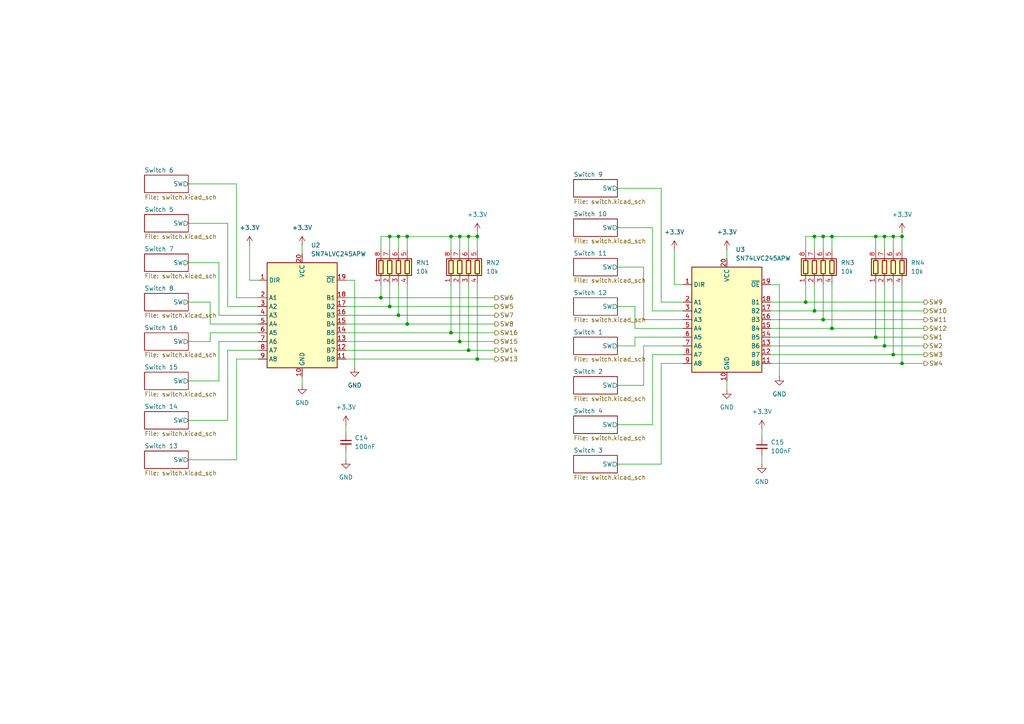
<source format=kicad_sch>
(kicad_sch (version 20250114) (generator "eeschema") (generator_version "9.0")
  (paper "A4")
  (lib_symbols
    (symbol "Device:C_Small" (pin_numbers (hide yes)) (pin_names (offset 0.254) (hide yes))
      (property "Reference" "C" (at 0.254 1.778 0))
      (property "Value" "C_Small" (at 0.254 -2.032 0))
      (symbol "C_Small_0_1"
        (polyline (pts (xy -1.524 0.508) (xy 1.524 0.508)) (stroke (width 0.3048)))
        (polyline (pts (xy -1.524 -0.508) (xy 1.524 -0.508)) (stroke (width 0.3302)))
      )
      (symbol "C_Small_1_1"
        (pin passive line (at 0 2.54 270) (length 2.032) (name "~") (number "1"))
        (pin passive line (at 0 -2.54 90) (length 2.032) (name "~") (number "2"))
      )
    )
    (symbol "Device:R_Pack04" (pin_names (offset 0) (hide yes))
      (property "Reference" "RN" (at -7.62 0 90))
      (property "Value" "R_Pack04" (at 5.08 0 90))
      (symbol "R_Pack04_0_1"
        (rectangle (start -6.35 -2.413) (end 3.81 2.413) (stroke (width 0.254)) (fill (type background)))
        (rectangle (start -5.715 1.905) (end -4.445 -1.905) (stroke (width 0.254)))
        (polyline (pts (xy -5.08 1.905) (xy -5.08 2.54)))
        (polyline (pts (xy -5.08 -2.54) (xy -5.08 -1.905)))
        (rectangle (start -3.175 1.905) (end -1.905 -1.905) (stroke (width 0.254)))
        (polyline (pts (xy -2.54 1.905) (xy -2.54 2.54)))
        (polyline (pts (xy -2.54 -2.54) (xy -2.54 -1.905)))
        (rectangle (start -0.635 1.905) (end 0.635 -1.905) (stroke (width 0.254)))
        (polyline (pts (xy 0 1.905) (xy 0 2.54)))
        (polyline (pts (xy 0 -2.54) (xy 0 -1.905)))
        (rectangle (start 1.905 1.905) (end 3.175 -1.905) (stroke (width 0.254)))
        (polyline (pts (xy 2.54 1.905) (xy 2.54 2.54)))
        (polyline (pts (xy 2.54 -2.54) (xy 2.54 -1.905)))
      )
      (symbol "R_Pack04_1_1"
        (pin passive line (at -5.08 5.08 270) (length 2.54) (name "R1.2") (number "8"))
        (pin passive line (at -5.08 -5.08 90) (length 2.54) (name "R1.1") (number "1"))
        (pin passive line (at -2.54 5.08 270) (length 2.54) (name "R2.2") (number "7"))
        (pin passive line (at -2.54 -5.08 90) (length 2.54) (name "R2.1") (number "2"))
        (pin passive line (at 0 5.08 270) (length 2.54) (name "R3.2") (number "6"))
        (pin passive line (at 0 -5.08 90) (length 2.54) (name "R3.1") (number "3"))
        (pin passive line (at 2.54 5.08 270) (length 2.54) (name "R4.2") (number "5"))
        (pin passive line (at 2.54 -5.08 90) (length 2.54) (name "R4.1") (number "4"))
      )
    )
    (symbol "Logic_LevelTranslator:SN74LVC245APW"
      (property "Reference" "U" (at -10.16 17.78 0))
      (property "Value" "SN74LVC245APW" (at 10.16 17.78 0))
      (symbol "SN74LVC245APW_0_1"
        (rectangle (start -10.16 15.24) (end 10.16 -15.24) (stroke (width 0.254)) (fill (type background)))
      )
      (symbol "SN74LVC245APW_1_1"
        (pin input line (at -12.7 10.16 0) (length 2.54) (name "DIR") (number "1"))
        (pin bidirectional line (at -12.7 5.08 0) (length 2.54) (name "A1") (number "2"))
        (pin bidirectional line (at -12.7 2.54 0) (length 2.54) (name "A2") (number "3"))
        (pin bidirectional line (at -12.7 0 0) (length 2.54) (name "A3") (number "4"))
        (pin bidirectional line (at -12.7 -2.54 0) (length 2.54) (name "A4") (number "5"))
        (pin bidirectional line (at -12.7 -5.08 0) (length 2.54) (name "A5") (number "6"))
        (pin bidirectional line (at -12.7 -7.62 0) (length 2.54) (name "A6") (number "7"))
        (pin bidirectional line (at -12.7 -10.16 0) (length 2.54) (name "A7") (number "8"))
        (pin bidirectional line (at -12.7 -12.7 0) (length 2.54) (name "A8") (number "9"))
        (pin power_in line (at 0 17.78 270) (length 2.54) (name "VCC") (number "20"))
        (pin power_in line (at 0 -17.78 90) (length 2.54) (name "GND") (number "10"))
        (pin input line (at 12.7 10.16 180) (length 2.54) (name "~{OE}") (number "19"))
        (pin bidirectional line (at 12.7 5.08 180) (length 2.54) (name "B1") (number "18"))
        (pin bidirectional line (at 12.7 2.54 180) (length 2.54) (name "B2") (number "17"))
        (pin bidirectional line (at 12.7 0 180) (length 2.54) (name "B3") (number "16"))
        (pin bidirectional line (at 12.7 -2.54 180) (length 2.54) (name "B4") (number "15"))
        (pin bidirectional line (at 12.7 -5.08 180) (length 2.54) (name "B5") (number "14"))
        (pin bidirectional line (at 12.7 -7.62 180) (length 2.54) (name "B6") (number "13"))
        (pin bidirectional line (at 12.7 -10.16 180) (length 2.54) (name "B7") (number "12"))
        (pin bidirectional line (at 12.7 -12.7 180) (length 2.54) (name "B8") (number "11"))
      )
    )
    (symbol "power:+3.3V" (power) (pin_numbers (hide yes)) (pin_names (offset 0) (hide yes))
      (property "Value" "+3.3V" (at 0 3.556 0))
      (symbol "+3.3V_0_1"
        (polyline (pts (xy -0.762 1.27) (xy 0 2.54)))
        (polyline (pts (xy 0 2.54) (xy 0.762 1.27)))
        (polyline (pts (xy 0 0) (xy 0 2.54)))
      )
      (symbol "+3.3V_1_1"
        (pin power_in line (at 0 0 90) (length 0) (name "~") (number "1"))
      )
    )
    (symbol "power:GND" (power) (pin_numbers (hide yes)) (pin_names (offset 0) (hide yes))
      (property "Value" "GND" (at 0 -3.81 0))
      (symbol "GND_0_1"
        (polyline (pts (xy 0 0) (xy 0 -1.27) (xy 1.27 -1.27) (xy 0 -2.54) (xy -1.27 -1.27) (xy 0 -1.27)))
      )
      (symbol "GND_1_1"
        (pin power_in line (at 0 0 270) (length 0) (name "~") (number "1"))
      )
    )
  )
  (junction (at 236.22 90.17))
  (junction (at 261.62 105.41))
  (junction (at 256.54 100.33))
  (junction (at 115.57 91.44))
  (junction (at 241.3 95.25))
  (junction (at 130.81 96.52))
  (junction (at 110.49 86.36))
  (junction (at 254 68.58))
  (junction (at 115.57 68.58))
  (junction (at 238.76 92.71))
  (junction (at 241.3 68.58))
  (junction (at 254 97.79))
  (junction (at 259.08 68.58))
  (junction (at 118.11 93.98))
  (junction (at 135.89 68.58))
  (junction (at 233.68 87.63))
  (junction (at 113.03 68.58))
  (junction (at 133.35 68.58))
  (junction (at 256.54 68.58))
  (junction (at 113.03 88.9))
  (junction (at 261.62 68.58))
  (junction (at 138.43 104.14))
  (junction (at 130.81 68.58))
  (junction (at 133.35 99.06))
  (junction (at 138.43 68.58))
  (junction (at 135.89 101.6))
  (junction (at 259.08 102.87))
  (junction (at 236.22 68.58))
  (junction (at 118.11 68.58))
  (junction (at 238.76 68.58))
  (wire (pts (xy 63.5 99.06) (xy 74.93 99.06)))
  (wire (pts (xy 130.81 68.58) (xy 133.35 68.58)))
  (wire (pts (xy 238.76 68.58) (xy 238.76 72.39)))
  (wire (pts (xy 179.07 88.9) (xy 184.15 88.9)))
  (wire (pts (xy 100.33 86.36) (xy 110.49 86.36)))
  (wire (pts (xy 113.03 88.9) (xy 143.51 88.9)))
  (wire (pts (xy 135.89 82.55) (xy 135.89 101.6)))
  (wire (pts (xy 110.49 82.55) (xy 110.49 86.36)))
  (wire (pts (xy 261.62 82.55) (xy 261.62 105.41)))
  (wire (pts (xy 256.54 100.33) (xy 267.97 100.33)))
  (wire (pts (xy 66.04 121.92) (xy 66.04 101.6)))
  (wire (pts (xy 133.35 99.06) (xy 143.51 99.06)))
  (wire (pts (xy 87.63 71.12) (xy 87.63 73.66)))
  (wire (pts (xy 68.58 133.35) (xy 68.58 104.14)))
  (wire (pts (xy 100.33 88.9) (xy 113.03 88.9)))
  (wire (pts (xy 261.62 105.41) (xy 267.97 105.41)))
  (wire (pts (xy 100.33 96.52) (xy 130.81 96.52)))
  (wire (pts (xy 236.22 68.58) (xy 233.68 68.58)))
  (wire (pts (xy 135.89 68.58) (xy 138.43 68.58)))
  (wire (pts (xy 100.33 99.06) (xy 133.35 99.06)))
  (wire (pts (xy 261.62 68.58) (xy 261.62 72.39)))
  (wire (pts (xy 54.61 87.63) (xy 60.96 87.63)))
  (wire (pts (xy 115.57 82.55) (xy 115.57 91.44)))
  (wire (pts (xy 241.3 95.25) (xy 267.97 95.25)))
  (wire (pts (xy 54.61 76.2) (xy 63.5 76.2)))
  (wire (pts (xy 256.54 68.58) (xy 254 68.58)))
  (wire (pts (xy 223.52 102.87) (xy 259.08 102.87)))
  (wire (pts (xy 100.33 81.28) (xy 102.87 81.28)))
  (wire (pts (xy 115.57 68.58) (xy 118.11 68.58)))
  (wire (pts (xy 100.33 123.19) (xy 100.33 125.73)))
  (wire (pts (xy 68.58 53.34) (xy 68.58 86.36)))
  (wire (pts (xy 179.07 77.47) (xy 186.69 77.47)))
  (wire (pts (xy 138.43 68.58) (xy 138.43 72.39)))
  (wire (pts (xy 68.58 86.36) (xy 74.93 86.36)))
  (wire (pts (xy 186.69 111.76) (xy 186.69 100.33)))
  (wire (pts (xy 100.33 101.6) (xy 135.89 101.6)))
  (wire (pts (xy 110.49 68.58) (xy 113.03 68.58)))
  (wire (pts (xy 189.23 123.19) (xy 189.23 102.87)))
  (wire (pts (xy 241.3 68.58) (xy 241.3 72.39)))
  (wire (pts (xy 54.61 99.06) (xy 60.96 99.06)))
  (wire (pts (xy 100.33 93.98) (xy 118.11 93.98)))
  (wire (pts (xy 223.52 82.55) (xy 226.06 82.55)))
  (wire (pts (xy 138.43 82.55) (xy 138.43 104.14)))
  (wire (pts (xy 210.82 110.49) (xy 210.82 113.03)))
  (wire (pts (xy 220.98 132.08) (xy 220.98 134.62)))
  (wire (pts (xy 60.96 93.98) (xy 74.93 93.98)))
  (wire (pts (xy 60.96 99.06) (xy 60.96 96.52)))
  (wire (pts (xy 261.62 68.58) (xy 259.08 68.58)))
  (wire (pts (xy 259.08 82.55) (xy 259.08 102.87)))
  (wire (pts (xy 66.04 101.6) (xy 74.93 101.6)))
  (wire (pts (xy 100.33 130.81) (xy 100.33 133.35)))
  (wire (pts (xy 130.81 96.52) (xy 143.51 96.52)))
  (wire (pts (xy 87.63 109.22) (xy 87.63 111.76)))
  (wire (pts (xy 179.07 123.19) (xy 189.23 123.19)))
  (wire (pts (xy 110.49 86.36) (xy 143.51 86.36)))
  (wire (pts (xy 63.5 91.44) (xy 74.93 91.44)))
  (wire (pts (xy 191.77 87.63) (xy 198.12 87.63)))
  (wire (pts (xy 254 97.79) (xy 267.97 97.79)))
  (wire (pts (xy 113.03 68.58) (xy 113.03 72.39)))
  (wire (pts (xy 118.11 82.55) (xy 118.11 93.98)))
  (wire (pts (xy 72.39 81.28) (xy 74.93 81.28)))
  (wire (pts (xy 241.3 68.58) (xy 238.76 68.58)))
  (wire (pts (xy 184.15 95.25) (xy 198.12 95.25)))
  (wire (pts (xy 233.68 82.55) (xy 233.68 87.63)))
  (wire (pts (xy 223.52 92.71) (xy 238.76 92.71)))
  (wire (pts (xy 135.89 101.6) (xy 143.51 101.6)))
  (wire (pts (xy 238.76 92.71) (xy 267.97 92.71)))
  (wire (pts (xy 238.76 82.55) (xy 238.76 92.71)))
  (wire (pts (xy 113.03 68.58) (xy 115.57 68.58)))
  (wire (pts (xy 100.33 104.14) (xy 138.43 104.14)))
  (wire (pts (xy 186.69 92.71) (xy 198.12 92.71)))
  (wire (pts (xy 54.61 53.34) (xy 68.58 53.34)))
  (wire (pts (xy 115.57 91.44) (xy 143.51 91.44)))
  (wire (pts (xy 138.43 67.31) (xy 138.43 68.58)))
  (wire (pts (xy 256.54 82.55) (xy 256.54 100.33)))
  (wire (pts (xy 191.77 105.41) (xy 198.12 105.41)))
  (wire (pts (xy 130.81 68.58) (xy 130.81 72.39)))
  (wire (pts (xy 72.39 71.12) (xy 72.39 81.28)))
  (wire (pts (xy 113.03 82.55) (xy 113.03 88.9)))
  (wire (pts (xy 133.35 82.55) (xy 133.35 99.06)))
  (wire (pts (xy 236.22 90.17) (xy 267.97 90.17)))
  (wire (pts (xy 233.68 68.58) (xy 233.68 72.39)))
  (wire (pts (xy 179.07 66.04) (xy 189.23 66.04)))
  (wire (pts (xy 66.04 88.9) (xy 74.93 88.9)))
  (wire (pts (xy 179.07 111.76) (xy 186.69 111.76)))
  (wire (pts (xy 256.54 68.58) (xy 256.54 72.39)))
  (wire (pts (xy 138.43 104.14) (xy 143.51 104.14)))
  (wire (pts (xy 135.89 68.58) (xy 135.89 72.39)))
  (wire (pts (xy 186.69 100.33) (xy 198.12 100.33)))
  (wire (pts (xy 223.52 105.41) (xy 261.62 105.41)))
  (wire (pts (xy 184.15 100.33) (xy 184.15 97.79)))
  (wire (pts (xy 223.52 90.17) (xy 236.22 90.17)))
  (wire (pts (xy 54.61 133.35) (xy 68.58 133.35)))
  (wire (pts (xy 210.82 72.39) (xy 210.82 74.93)))
  (wire (pts (xy 179.07 100.33) (xy 184.15 100.33)))
  (wire (pts (xy 110.49 72.39) (xy 110.49 68.58)))
  (wire (pts (xy 68.58 104.14) (xy 74.93 104.14)))
  (wire (pts (xy 184.15 97.79) (xy 198.12 97.79)))
  (wire (pts (xy 184.15 88.9) (xy 184.15 95.25)))
  (wire (pts (xy 191.77 134.62) (xy 191.77 105.41)))
  (wire (pts (xy 133.35 68.58) (xy 135.89 68.58)))
  (wire (pts (xy 254 82.55) (xy 254 97.79)))
  (wire (pts (xy 261.62 67.31) (xy 261.62 68.58)))
  (wire (pts (xy 191.77 54.61) (xy 191.77 87.63)))
  (wire (pts (xy 179.07 54.61) (xy 191.77 54.61)))
  (wire (pts (xy 60.96 87.63) (xy 60.96 93.98)))
  (wire (pts (xy 118.11 68.58) (xy 118.11 72.39)))
  (wire (pts (xy 115.57 68.58) (xy 115.57 72.39)))
  (wire (pts (xy 259.08 68.58) (xy 259.08 72.39)))
  (wire (pts (xy 133.35 68.58) (xy 133.35 72.39)))
  (wire (pts (xy 220.98 124.46) (xy 220.98 127)))
  (wire (pts (xy 60.96 96.52) (xy 74.93 96.52)))
  (wire (pts (xy 189.23 90.17) (xy 198.12 90.17)))
  (wire (pts (xy 236.22 68.58) (xy 236.22 72.39)))
  (wire (pts (xy 186.69 77.47) (xy 186.69 92.71)))
  (wire (pts (xy 54.61 110.49) (xy 63.5 110.49)))
  (wire (pts (xy 259.08 102.87) (xy 267.97 102.87)))
  (wire (pts (xy 223.52 97.79) (xy 254 97.79)))
  (wire (pts (xy 254 68.58) (xy 254 72.39)))
  (wire (pts (xy 254 68.58) (xy 241.3 68.58)))
  (wire (pts (xy 223.52 100.33) (xy 256.54 100.33)))
  (wire (pts (xy 54.61 64.77) (xy 66.04 64.77)))
  (wire (pts (xy 189.23 102.87) (xy 198.12 102.87)))
  (wire (pts (xy 118.11 93.98) (xy 143.51 93.98)))
  (wire (pts (xy 195.58 82.55) (xy 198.12 82.55)))
  (wire (pts (xy 63.5 76.2) (xy 63.5 91.44)))
  (wire (pts (xy 179.07 134.62) (xy 191.77 134.62)))
  (wire (pts (xy 195.58 72.39) (xy 195.58 82.55)))
  (wire (pts (xy 54.61 121.92) (xy 66.04 121.92)))
  (wire (pts (xy 102.87 81.28) (xy 102.87 106.68)))
  (wire (pts (xy 130.81 82.55) (xy 130.81 96.52)))
  (wire (pts (xy 236.22 82.55) (xy 236.22 90.17)))
  (wire (pts (xy 223.52 95.25) (xy 241.3 95.25)))
  (wire (pts (xy 259.08 68.58) (xy 256.54 68.58)))
  (wire (pts (xy 63.5 110.49) (xy 63.5 99.06)))
  (wire (pts (xy 226.06 82.55) (xy 226.06 109.22)))
  (wire (pts (xy 118.11 68.58) (xy 130.81 68.58)))
  (wire (pts (xy 189.23 66.04) (xy 189.23 90.17)))
  (wire (pts (xy 100.33 91.44) (xy 115.57 91.44)))
  (wire (pts (xy 223.52 87.63) (xy 233.68 87.63)))
  (wire (pts (xy 238.76 68.58) (xy 236.22 68.58)))
  (wire (pts (xy 66.04 64.77) (xy 66.04 88.9)))
  (wire (pts (xy 241.3 82.55) (xy 241.3 95.25)))
  (wire (pts (xy 233.68 87.63) (xy 267.97 87.63)))
  (hierarchical_label "SW3" (shape output) (at 267.97 102.87 0))
  (hierarchical_label "SW8" (shape output) (at 143.51 93.98 0))
  (hierarchical_label "SW5" (shape output) (at 143.51 88.9 0))
  (hierarchical_label "SW12" (shape output) (at 267.97 95.25 0))
  (hierarchical_label "SW16" (shape output) (at 143.51 96.52 0))
  (hierarchical_label "SW11" (shape output) (at 267.97 92.71 0))
  (hierarchical_label "SW2" (shape output) (at 267.97 100.33 0))
  (hierarchical_label "SW15" (shape output) (at 143.51 99.06 0))
  (hierarchical_label "SW1" (shape output) (at 267.97 97.79 0))
  (hierarchical_label "SW13" (shape output) (at 143.51 104.14 0))
  (hierarchical_label "SW4" (shape output) (at 267.97 105.41 0))
  (hierarchical_label "SW6" (shape output) (at 143.51 86.36 0))
  (hierarchical_label "SW9" (shape output) (at 267.97 87.63 0))
  (hierarchical_label "SW10" (shape output) (at 267.97 90.17 0))
  (hierarchical_label "SW7" (shape output) (at 143.51 91.44 0))
  (hierarchical_label "SW14" (shape output) (at 143.51 101.6 0))
  (symbol (lib_id "power:+3.3V") (at 72.39 71.12 0) (unit 1)
    (property "Reference" "#PWR021" (effects (hide yes)))
    (property "Value" "+3.3V" (at 72.39 66.04 0))
    (property "Description" "Power symbol creates a global label with name \"+3.3V\"" (effects (hide yes)))
  )
  (symbol (lib_id "power:+3.3V") (at 261.62 67.31 0) (unit 1)
    (property "Reference" "#PWR0220" (effects (hide yes)))
    (property "Value" "+3.3V" (at 261.62 62.23 0))
    (property "Description" "Power symbol creates a global label with name \"+3.3V\"" (effects (hide yes)))
  )
  (symbol (lib_id "power:+3.3V") (at 220.98 124.46 0) (unit 1)
    (property "Reference" "#PWR030" (effects (hide yes)))
    (property "Value" "+3.3V" (at 220.98 119.38 0))
    (property "Description" "Power symbol creates a global label with name \"+3.3V\"" (effects (hide yes)))
  )
  (symbol (lib_id "Device:C_Small") (at 100.33 128.27 0) (unit 1)
    (property "Reference" "C14" (at 102.87 127.0063 0) (effects (justify left)))
    (property "Value" "100nF" (at 102.87 129.5463 0) (effects (justify left)))
    (property "Footprint" "Capacitor_SMD:C_0603_1608Metric" (effects (hide yes)))
    (property "Description" "Unpolarized capacitor, small symbol" (effects (hide yes)))
  )
  (symbol (lib_id "power:+3.3V") (at 195.58 72.39 0) (unit 1)
    (property "Reference" "#PWR027" (effects (hide yes)))
    (property "Value" "+3.3V" (at 195.58 67.31 0))
    (property "Description" "Power symbol creates a global label with name \"+3.3V\"" (effects (hide yes)))
  )
  (symbol (lib_id "Device:R_Pack04") (at 259.08 77.47 0) (unit 1)
    (property "Reference" "RN4" (at 264.16 76.1999 0) (effects (justify left)))
    (property "Value" "10k" (at 264.16 78.7399 0) (effects (justify left)))
    (property "Footprint" "Resistor_SMD:R_Array_Convex_4x0603" (effects (hide yes)))
    (property "Description" "4 resistor network, parallel topology" (effects (hide yes)))
  )
  (symbol (lib_id "power:GND") (at 100.33 133.35 0) (unit 1)
    (property "Reference" "#PWR025" (effects (hide yes)))
    (property "Value" "GND" (at 100.33 138.43 0))
    (property "Description" "Power symbol creates a global label with name \"GND\" , ground" (effects (hide yes)))
  )
  (symbol (lib_id "Device:R_Pack04") (at 238.76 77.47 0) (unit 1)
    (property "Reference" "RN3" (at 243.84 76.1999 0) (effects (justify left)))
    (property "Value" "10k" (at 243.84 78.7399 0) (effects (justify left)))
    (property "Footprint" "Resistor_SMD:R_Array_Convex_4x0603" (effects (hide yes)))
    (property "Description" "4 resistor network, parallel topology" (effects (hide yes)))
  )
  (symbol (lib_id "Logic_LevelTranslator:SN74LVC245APW") (at 87.63 91.44 0) (unit 1)
    (property "Reference" "U2" (at 90.1718 71.12 0) (effects (justify left)))
    (property "Value" "SN74LVC245APW" (at 90.1718 73.66 0) (effects (justify left)))
    (property "Footprint" "Package_SO:TSSOP-20_4.4x6.5mm_P0.65mm" (effects (hide yes)))
    (property "Datasheet" "https://www.ti.com/lit/ds/scas218x/scas218x.pdf" (effects (hide yes)))
    (property "Description" "8-Bit Single-Supply Bus Transceiver With 5V tolerant input voltage and 3-State Outputs 24mA, TSSOP-20" (effects (hide yes)))
  )
  (symbol (lib_id "power:GND") (at 226.06 109.22 0) (unit 1)
    (property "Reference" "#PWR032" (effects (hide yes)))
    (property "Value" "GND" (at 226.06 114.3 0))
    (property "Description" "Power symbol creates a global label with name \"GND\" , ground" (effects (hide yes)))
  )
  (symbol (lib_id "Logic_LevelTranslator:SN74LVC245APW") (at 210.82 92.71 0) (unit 1)
    (property "Reference" "U3" (at 213.3618 72.39 0) (effects (justify left)))
    (property "Value" "SN74LVC245APW" (at 213.3618 74.93 0) (effects (justify left)))
    (property "Footprint" "Package_SO:TSSOP-20_4.4x6.5mm_P0.65mm" (effects (hide yes)))
    (property "Datasheet" "https://www.ti.com/lit/ds/scas218x/scas218x.pdf" (effects (hide yes)))
    (property "Description" "8-Bit Single-Supply Bus Transceiver With 5V tolerant input voltage and 3-State Outputs 24mA, TSSOP-20" (effects (hide yes)))
  )
  (symbol (lib_id "power:+3.3V") (at 210.82 72.39 0) (unit 1)
    (property "Reference" "#PWR028" (effects (hide yes)))
    (property "Value" "+3.3V" (at 210.82 67.31 0))
    (property "Description" "Power symbol creates a global label with name \"+3.3V\"" (effects (hide yes)))
  )
  (symbol (lib_id "power:GND") (at 87.63 111.76 0) (unit 1)
    (property "Reference" "#PWR023" (effects (hide yes)))
    (property "Value" "GND" (at 87.63 116.84 0))
    (property "Description" "Power symbol creates a global label with name \"GND\" , ground" (effects (hide yes)))
  )
  (symbol (lib_id "power:GND") (at 102.87 106.68 0) (unit 1)
    (property "Reference" "#PWR026" (effects (hide yes)))
    (property "Value" "GND" (at 102.87 111.76 0))
    (property "Description" "Power symbol creates a global label with name \"GND\" , ground" (effects (hide yes)))
  )
  (symbol (lib_id "power:+3.3V") (at 138.43 67.31 0) (unit 1)
    (property "Reference" "#PWR0219" (effects (hide yes)))
    (property "Value" "+3.3V" (at 138.43 62.23 0))
    (property "Description" "Power symbol creates a global label with name \"+3.3V\"" (effects (hide yes)))
  )
  (symbol (lib_id "power:GND") (at 220.98 134.62 0) (unit 1)
    (property "Reference" "#PWR031" (effects (hide yes)))
    (property "Value" "GND" (at 220.98 139.7 0))
    (property "Description" "Power symbol creates a global label with name \"GND\" , ground" (effects (hide yes)))
  )
  (symbol (lib_id "power:+3.3V") (at 87.63 71.12 0) (unit 1)
    (property "Reference" "#PWR022" (effects (hide yes)))
    (property "Value" "+3.3V" (at 87.63 66.04 0))
    (property "Description" "Power symbol creates a global label with name \"+3.3V\"" (effects (hide yes)))
  )
  (symbol (lib_id "Device:C_Small") (at 220.98 129.54 0) (unit 1)
    (property "Reference" "C15" (at 223.52 128.2763 0) (effects (justify left)))
    (property "Value" "100nF" (at 223.52 130.8163 0) (effects (justify left)))
    (property "Footprint" "Capacitor_SMD:C_0603_1608Metric" (effects (hide yes)))
    (property "Description" "Unpolarized capacitor, small symbol" (effects (hide yes)))
  )
  (symbol (lib_id "power:GND") (at 210.82 113.03 0) (unit 1)
    (property "Reference" "#PWR029" (effects (hide yes)))
    (property "Value" "GND" (at 210.82 118.11 0))
    (property "Description" "Power symbol creates a global label with name \"GND\" , ground" (effects (hide yes)))
  )
  (symbol (lib_id "power:+3.3V") (at 100.33 123.19 0) (unit 1)
    (property "Reference" "#PWR024" (effects (hide yes)))
    (property "Value" "+3.3V" (at 100.33 118.11 0))
    (property "Description" "Power symbol creates a global label with name \"+3.3V\"" (effects (hide yes)))
  )
  (symbol (lib_id "Device:R_Pack04") (at 135.89 77.47 0) (unit 1)
    (property "Reference" "RN2" (at 140.97 76.1999 0) (effects (justify left)))
    (property "Value" "10k" (at 140.97 78.7399 0) (effects (justify left)))
    (property "Footprint" "Resistor_SMD:R_Array_Convex_4x0603" (effects (hide yes)))
    (property "Description" "4 resistor network, parallel topology" (effects (hide yes)))
  )
  (symbol (lib_id "Device:R_Pack04") (at 115.57 77.47 0) (unit 1)
    (property "Reference" "RN1" (at 120.65 76.1999 0) (effects (justify left)))
    (property "Value" "10k" (at 120.65 78.7399 0) (effects (justify left)))
    (property "Footprint" "Resistor_SMD:R_Array_Convex_4x0603" (effects (hide yes)))
    (property "Description" "4 resistor network, parallel topology" (effects (hide yes)))
  )
  (sheet (at 41.91 130.81) (size 12.7 5.08) (stroke (width 0.1524))
    (property "Sheetname" "Switch 13" (at 41.91 130.0984 0) (effects (justify left bottom)))
    (property "Sheetfile" "switch.kicad_sch" (at 41.91 136.4746 0) (effects (justify left top)))
    (pin "SW" output (at 54.61 133.35 0))
  )
  (sheet (at 166.37 120.65) (size 12.7 5.08) (stroke (width 0.1524))
    (property "Sheetname" "Switch 4" (at 166.37 119.9384 0) (effects (justify left bottom)))
    (property "Sheetfile" "switch.kicad_sch" (at 166.37 126.3146 0) (effects (justify left top)))
    (pin "SW" output (at 179.07 123.19 0))
  )
  (sheet (at 41.91 96.52) (size 12.7 5.08) (stroke (width 0.1524))
    (property "Sheetname" "Switch 16" (at 41.91 95.8084 0) (effects (justify left bottom)))
    (property "Sheetfile" "switch.kicad_sch" (at 41.91 102.1846 0) (effects (justify left top)))
    (pin "SW" output (at 54.61 99.06 0))
  )
  (sheet (at 166.37 132.08) (size 12.7 5.08) (stroke (width 0.1524))
    (property "Sheetname" "Switch 3" (at 166.37 131.3684 0) (effects (justify left bottom)))
    (property "Sheetfile" "switch.kicad_sch" (at 166.37 137.7446 0) (effects (justify left top)))
    (pin "SW" output (at 179.07 134.62 0))
  )
  (sheet (at 41.91 50.8) (size 12.7 5.08) (stroke (width 0.1524))
    (property "Sheetname" "Switch 6" (at 41.91 50.0884 0) (effects (justify left bottom)))
    (property "Sheetfile" "switch.kicad_sch" (at 41.91 56.4646 0) (effects (justify left top)))
    (pin "SW" output (at 54.61 53.34 0))
  )
  (sheet (at 166.37 63.5) (size 12.7 5.08) (stroke (width 0.1524))
    (property "Sheetname" "Switch 10" (at 166.37 62.7884 0) (effects (justify left bottom)))
    (property "Sheetfile" "switch.kicad_sch" (at 166.37 69.1646 0) (effects (justify left top)))
    (pin "SW" output (at 179.07 66.04 0))
  )
  (sheet (at 41.91 119.38) (size 12.7 5.08) (stroke (width 0.1524))
    (property "Sheetname" "Switch 14" (at 41.91 118.6684 0) (effects (justify left bottom)))
    (property "Sheetfile" "switch.kicad_sch" (at 41.91 125.0446 0) (effects (justify left top)))
    (pin "SW" output (at 54.61 121.92 0))
  )
  (sheet (at 41.91 62.23) (size 12.7 5.08) (stroke (width 0.1524))
    (property "Sheetname" "Switch 5" (at 41.91 61.5184 0) (effects (justify left bottom)))
    (property "Sheetfile" "switch.kicad_sch" (at 41.91 67.8946 0) (effects (justify left top)))
    (pin "SW" output (at 54.61 64.77 0))
  )
  (sheet (at 166.37 97.79) (size 12.7 5.08) (stroke (width 0.1524))
    (property "Sheetname" "Switch 1" (at 166.37 97.0784 0) (effects (justify left bottom)))
    (property "Sheetfile" "switch.kicad_sch" (at 166.37 103.4546 0) (effects (justify left top)))
    (pin "SW" output (at 179.07 100.33 0))
  )
  (sheet (at 166.37 74.93) (size 12.7 5.08) (stroke (width 0.1524))
    (property "Sheetname" "Switch 11" (at 166.37 74.2184 0) (effects (justify left bottom)))
    (property "Sheetfile" "switch.kicad_sch" (at 166.37 80.5946 0) (effects (justify left top)))
    (pin "SW" output (at 179.07 77.47 0))
  )
  (sheet (at 41.91 85.09) (size 12.7 5.08) (stroke (width 0.1524))
    (property "Sheetname" "Switch 8" (at 41.91 84.3784 0) (effects (justify left bottom)))
    (property "Sheetfile" "switch.kicad_sch" (at 41.91 90.7546 0) (effects (justify left top)))
    (pin "SW" output (at 54.61 87.63 0))
  )
  (sheet (at 166.37 52.07) (size 12.7 5.08) (stroke (width 0.1524))
    (property "Sheetname" "Switch 9" (at 166.37 51.3584 0) (effects (justify left bottom)))
    (property "Sheetfile" "switch.kicad_sch" (at 166.37 57.7346 0) (effects (justify left top)))
    (pin "SW" output (at 179.07 54.61 0))
  )
  (sheet (at 41.91 73.66) (size 12.7 5.08) (stroke (width 0.1524))
    (property "Sheetname" "Switch 7" (at 41.91 72.9484 0) (effects (justify left bottom)))
    (property "Sheetfile" "switch.kicad_sch" (at 41.91 79.3246 0) (effects (justify left top)))
    (pin "SW" output (at 54.61 76.2 0))
  )
  (sheet (at 166.37 86.36) (size 12.7 5.08) (stroke (width 0.1524))
    (property "Sheetname" "Switch 12" (at 166.37 85.6484 0) (effects (justify left bottom)))
    (property "Sheetfile" "switch.kicad_sch" (at 166.37 92.0246 0) (effects (justify left top)))
    (pin "SW" output (at 179.07 88.9 0))
  )
  (sheet (at 166.37 109.22) (size 12.7 5.08) (stroke (width 0.1524))
    (property "Sheetname" "Switch 2" (at 166.37 108.5084 0) (effects (justify left bottom)))
    (property "Sheetfile" "switch.kicad_sch" (at 166.37 114.8846 0) (effects (justify left top)))
    (pin "SW" output (at 179.07 111.76 0))
  )
  (sheet (at 41.91 107.95) (size 12.7 5.08) (stroke (width 0.1524))
    (property "Sheetname" "Switch 15" (at 41.91 107.2384 0) (effects (justify left bottom)))
    (property "Sheetfile" "switch.kicad_sch" (at 41.91 113.6146 0) (effects (justify left top)))
    (pin "SW" output (at 54.61 110.49 0))
  )
)
</source>
